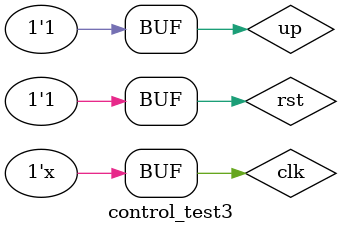
<source format=v>
`timescale 1ps / 1ps
module control_test3(
    );
    reg clk;//æ¶é
    reg rst;//rstä¸æ¶æ¸¸æéæ°å¼å§    
	 reg up;//upä¸æ¶å°é¸é£èµ·ï¼è¿æ¥btn
    wire fail;//failä¸æ¶æ¸¸æç»æ    
	 wire [3:0]score;//åæ°
	 wire [3:0] fall;
    wire [15:0]bird_y; //bird_yä¸ºå°é¸ä¸ä¾§yåæ ï¼ç¬¬16ä½è®°å½å°é¸æ¯å¦å¨ä¸è½ï¼ä¸º0æ¶å°é¸ä¸è    
	 wire [19:0]pipe1;//pipe1å¨å­ç®¡é1çxåyï¼xå é«10ä½ï¼yå ä½10ä½xä¸ºç®¡å­å·¦è¾¹çåæ ï¼yä¸ºç®¡å­ä¸ä¾§åæ     
	 wire [19:0]pipe2;//pipe2å¨å­ç®¡é2çxåyï¼xå é«10ä½ï¼yå ä½10ä½ï¼xä¸ºç®¡å­å·¦è¾¹çåæ ï¼yä¸ºç®¡å­ä¸ä¾§åæ     
	 wire [19:0]pipe3;//pipe3å¨å­ç®¡é3çxåyï¼xå é«10ä½ï¼yå ä½10ä½ï¼xä¸ºç®¡å­å·¦è¾¹çåæ ï¼yä¸ºç®¡å­ä¸ä¾§åæ     
	 control test3(
        .clk(clk),
        .rst(rst),
        .up(up),
        .fail(fail),
        .score(score),
        .bird_y(bird_y),
        .pipe1(pipe1),
        .pipe2(pipe2),
        .pipe3(pipe3),
		  .bird_falling(fall)
    );
    always begin
		  clk = ~clk;
		  #1;
    end
    initial begin
        up = 1'b1;
		  clk=0;
		  #10;
		  rst=1'b0;
		  #100000000;
		  rst=1'b1;
		  
    end

endmodule

</source>
